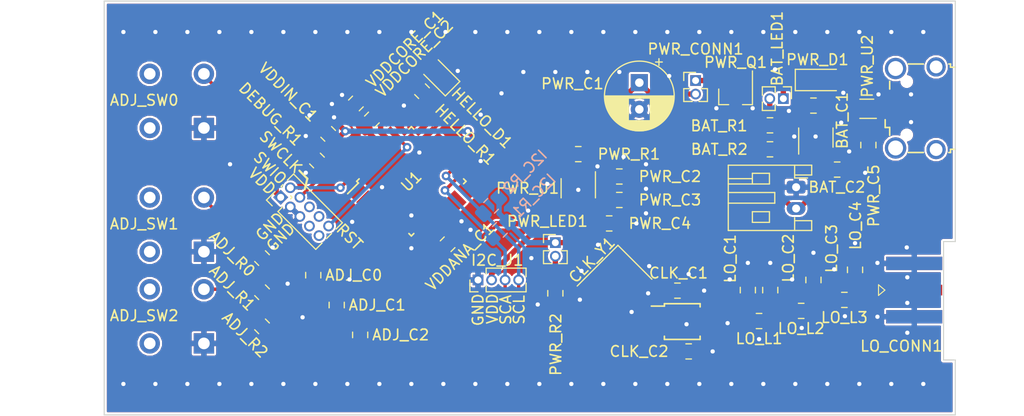
<source format=kicad_pcb>
(kicad_pcb (version 20171130) (host pcbnew "(5.0.1-3-g963ef8bb5)")
  (layers (0 F.Cu signal) (31 B.Cu signal) (34 B.Paste user) (35 F.Paste user) (36 B.SilkS user) (37 F.SilkS user) (38 B.Mask user) (39 F.Mask user) (44 Edge.Cuts user))
  (net 0 "")
  (net 1 /ADJ_0)
  (net 2 GND)
  (net 3 /ADJ_1)
  (net 4 /ADJ_2)
  (net 5 /VDD)
  (net 6 /VBAT)
  (net 7 "Net-(BAT_LED1-Pad2)")
  (net 8 "Net-(BAT_R1-Pad1)")
  (net 9 "Net-(BAT_R2-Pad2)")
  (net 10 "Net-(CLK_U1-Pad2)")
  (net 11 "Net-(CLK_U1-Pad3)")
  (net 12 /SCL)
  (net 13 /SDA)
  (net 14 /CLK)
  (net 15 /D-)
  (net 16 /D+)
  (net 17 "Net-(CONN_USB1-Pad6)")
  (net 18 /SWIO)
  (net 19 /SWCLK)
  (net 20 /RESET)
  (net 21 "Net-(LO_C2-Pad1)")
  (net 22 "Net-(LO_C3-Pad1)")
  (net 23 "Net-(LO_C4-Pad1)")
  (net 24 "Net-(PWR_C1-Pad1)")
  (net 25 "Net-(PWR_LED1-Pad2)")
  (net 26 "Net-(PWR_R1-Pad1)")
  (net 27 "Net-(U1-Pad27)")
  (net 28 /VBUS)
  (net 29 "Net-(PWR_CONN1-Pad1)")
  (net 30 "Net-(CONN_USB1-Pad1)")
  (net 31 "Net-(HELLO_D1-Pad2)")
  (net 32 /HELLO)
  (net 33 "Net-(ADJ_R0-Pad2)")
  (net 34 "Net-(ADJ_R1-Pad2)")
  (net 35 "Net-(ADJ_R2-Pad2)")
  (net 36 /GPIO1)
  (module Connector_Coaxial:SMA_Jack_Horizontal (layer F.Cu) (at 176.15 127.2)
    (fp_text reference LO_CONN1 (at -1.2 5.25) (layer F.SilkS))
    (fp_text value LO)
    (pad 2 smd rect (at 0 2.5) (size 5.25 1.25) (layers B.Cu B.Paste B.Mask) (net 2 GND))
    (pad 2 smd rect (at 0 -2.5) (size 5.25 1.25) (layers B.Cu B.Paste B.Mask) (net 2 GND))
    (pad 2 smd rect (at 0 2.5) (size 5.25 1.25) (layers F.Cu F.Paste F.Mask) (net 2 GND))
    (pad 1 smd rect (at 0 0) (size 5.25 1) (layers F.Cu F.Paste F.Mask) (net 23 "Net-(LO_C4-Pad1)"))
    (pad 2 smd rect (at 0 -2.5) (size 5.25 1.25) (layers F.Cu F.Paste F.Mask) (net 2 GND))
  )
  (module Capacitor_SMD:C_0805_2012Metric_Pad1.15x1.40mm_HandSolder (layer F.Cu) (at 155 132.95)
    (fp_text reference CLK_C2 (at -4.65 0) (layer F.SilkS))
    (fp_text value 100n hide)
    (pad 1 smd roundrect (at -1.025 0) (size 1.15 1.4) (layers F.Cu F.Paste F.Mask) (roundrect_rratio 0.217391) (net 5 /VDD))
    (pad 2 smd roundrect (at 1.025 0) (size 1.15 1.4) (layers F.Cu F.Paste F.Mask) (roundrect_rratio 0.217391) (net 2 GND))
  )
  (module Button_Switch_THT:SW_CuK_EP11SD1A (layer F.Cu) (at 109.55 112 180)
    (fp_text reference ADJ_SW0 (at 5.6 2.6 180) (layer F.SilkS))
    (fp_text value SW_Push hide)
    (pad MP thru_hole circle (at 5.08 5.08 180) (size 1.905 1.905) (drill 1.0922) (layers *.Cu *.Mask))
    (pad MP thru_hole circle (at 5.08 0 180) (size 1.905 1.905) (drill 1.0922) (layers *.Cu *.Mask))
    (pad 2 thru_hole circle (at 0 5.08 180) (size 1.905 1.905) (drill 1.0922) (layers *.Cu *.Mask) (net 33 "Net-(ADJ_R0-Pad2)"))
    (pad 1 thru_hole rect (at 0 0 180) (size 1.905 1.905) (drill 1.0922) (layers *.Cu *.Mask) (net 2 GND))
  )
  (module Button_Switch_THT:SW_CuK_EP11SD1A (layer F.Cu) (at 109.55 123.6 180)
    (fp_text reference ADJ_SW1 (at 5.6 2.6) (layer F.SilkS))
    (fp_text value SW_Push hide)
    (pad MP thru_hole circle (at 5.08 5.08 180) (size 1.905 1.905) (drill 1.0922) (layers *.Cu *.Mask))
    (pad MP thru_hole circle (at 5.08 0 180) (size 1.905 1.905) (drill 1.0922) (layers *.Cu *.Mask))
    (pad 2 thru_hole circle (at 0 5.08 180) (size 1.905 1.905) (drill 1.0922) (layers *.Cu *.Mask) (net 34 "Net-(ADJ_R1-Pad2)"))
    (pad 1 thru_hole rect (at 0 0 180) (size 1.905 1.905) (drill 1.0922) (layers *.Cu *.Mask) (net 2 GND))
  )
  (module Button_Switch_THT:SW_CuK_EP11SD1A (layer F.Cu) (at 109.55 132.2 180)
    (fp_text reference ADJ_SW2 (at 5.6 2.6 180) (layer F.SilkS))
    (fp_text value SW_Push hide)
    (pad MP thru_hole circle (at 5.08 5.08 180) (size 1.905 1.905) (drill 1.0922) (layers *.Cu *.Mask))
    (pad MP thru_hole circle (at 5.08 0 180) (size 1.905 1.905) (drill 1.0922) (layers *.Cu *.Mask))
    (pad 2 thru_hole circle (at 0 5.08 180) (size 1.905 1.905) (drill 1.0922) (layers *.Cu *.Mask) (net 35 "Net-(ADJ_R2-Pad2)"))
    (pad 1 thru_hole rect (at 0 0 180) (size 1.905 1.905) (drill 1.0922) (layers *.Cu *.Mask) (net 2 GND))
  )
  (module Package_TO_SOT_SMD:SOT-23_Handsoldering (layer F.Cu) (at 159.4 109.05 270)
    (fp_text reference PWR_Q1 (at -3.2 0) (layer F.SilkS))
    (fp_text value DMG2301L hide)
    (pad 3 smd rect (at 1.5 0 270) (size 1.9 0.8) (layers F.Cu F.Paste F.Mask) (net 6 /VBAT))
    (pad 2 smd rect (at -1.5 0.95 270) (size 1.9 0.8) (layers F.Cu F.Paste F.Mask) (net 29 "Net-(PWR_CONN1-Pad1)"))
    (pad 1 smd rect (at -1.5 -0.95 270) (size 1.9 0.8) (layers F.Cu F.Paste F.Mask) (net 28 /VBUS))
  )
  (module Resistor_SMD:R_0805_2012Metric_Pad1.15x1.40mm_HandSolder (layer F.Cu) (at 115 127.4 135)
    (fp_text reference ADJ_R1 (at 2.262742 -1.697056 135) (layer F.SilkS))
    (fp_text value 1k hide)
    (pad 2 smd roundrect (at 1.024999 0 135) (size 1.15 1.4) (layers F.Cu F.Paste F.Mask) (roundrect_rratio 0.217391) (net 34 "Net-(ADJ_R1-Pad2)"))
    (pad 1 smd roundrect (at -1.024999 0 135) (size 1.15 1.4) (layers F.Cu F.Paste F.Mask) (roundrect_rratio 0.217391) (net 3 /ADJ_1))
  )
  (module Capacitor_THT:CP_Radial_D6.3mm_P2.50mm (layer F.Cu) (at 150.375 107.75 270)
    (fp_text reference PWR_C1 (at 0.1 6.275) (layer F.SilkS))
    (fp_text value 220u hide)
    (pad 1 thru_hole rect (at 0 0 270) (size 1.6 1.6) (drill 0.8) (layers *.Cu *.Mask) (net 24 "Net-(PWR_C1-Pad1)"))
    (pad 2 thru_hole circle (at 2.5 0 270) (size 1.6 1.6) (drill 0.8) (layers *.Cu *.Mask) (net 2 GND))
  )
  (module Connector_PinHeader_1.27mm:PinHeader_1x02_P1.27mm_Vertical (layer F.Cu) (at 155.65 107.55)
    (fp_text reference PWR_CONN1 (at 0 -2.95 -180) (layer F.SilkS))
    (fp_text value Conn_01x02 hide)
    (pad 1 thru_hole rect (at 0 0) (size 1 1) (drill 0.65) (layers *.Cu *.Mask) (net 29 "Net-(PWR_CONN1-Pad1)"))
    (pad 2 thru_hole oval (at 0 1.27) (size 1 1) (drill 0.65) (layers *.Cu *.Mask) (net 24 "Net-(PWR_C1-Pad1)"))
  )
  (module Capacitor_SMD:C_0805_2012Metric_Pad1.15x1.40mm_HandSolder (layer F.Cu) (at 148.5 116.55)
    (fp_text reference PWR_C2 (at 4.75 0) (layer F.SilkS))
    (fp_text value 1u hide)
    (pad 2 smd roundrect (at 1.025 0) (size 1.15 1.4) (layers F.Cu F.Paste F.Mask) (roundrect_rratio 0.217391) (net 2 GND))
    (pad 1 smd roundrect (at -1.025 0) (size 1.15 1.4) (layers F.Cu F.Paste F.Mask) (roundrect_rratio 0.217391) (net 24 "Net-(PWR_C1-Pad1)"))
  )
  (module Connector_PinHeader_1.27mm:PinHeader_2x05_P1.27mm_Vertical (layer F.Cu) (at 116.75 118.5 45)
    (fp_text reference DEBUG_J1 hide)
    (fp_text value Conn_02x05_Odd_Even hide)
    (pad 1 thru_hole rect (at 0 0 45) (size 1 1) (drill 0.65) (layers *.Cu *.Mask) (net 5 /VDD))
    (pad 2 thru_hole oval (at 1.270001 0 45) (size 1 1) (drill 0.65) (layers *.Cu *.Mask) (net 18 /SWIO))
    (pad 3 thru_hole oval (at 0 1.270001 45) (size 1 1) (drill 0.65) (layers *.Cu *.Mask) (net 2 GND))
    (pad 4 thru_hole oval (at 1.27 1.27 45) (size 1 1) (drill 0.65) (layers *.Cu *.Mask) (net 19 /SWCLK))
    (pad 5 thru_hole oval (at 0 2.54 45) (size 1 1) (drill 0.65) (layers *.Cu *.Mask) (net 2 GND))
    (pad 6 thru_hole oval (at 1.27 2.54 45) (size 1 1) (drill 0.65) (layers *.Cu *.Mask) (net 36 /GPIO1))
    (pad 7 thru_hole oval (at 0 3.81 45) (size 1 1) (drill 0.65) (layers *.Cu *.Mask))
    (pad 8 thru_hole oval (at 1.27 3.81 45) (size 1 1) (drill 0.65) (layers *.Cu *.Mask))
    (pad 9 thru_hole oval (at 0 5.079999 45) (size 1 1) (drill 0.65) (layers *.Cu *.Mask))
    (pad 10 thru_hole oval (at 1.27 5.08 45) (size 1 1) (drill 0.65) (layers *.Cu *.Mask) (net 20 /RESET))
  )
  (module Capacitor_SMD:C_0805_2012Metric_Pad1.15x1.40mm_HandSolder (layer F.Cu) (at 153.95 127.25)
    (fp_text reference CLK_C1 (at 0.1 -1.65) (layer F.SilkS))
    (fp_text value 100n hide)
    (pad 2 smd roundrect (at 1.025 0) (size 1.15 1.4) (layers F.Cu F.Paste F.Mask) (roundrect_rratio 0.217391) (net 2 GND))
    (pad 1 smd roundrect (at -1.025 0) (size 1.15 1.4) (layers F.Cu F.Paste F.Mask) (roundrect_rratio 0.217391) (net 5 /VDD))
  )
  (module Package_SO:MSOP-10_3x3mm_P0.5mm (layer F.Cu) (at 154.4 130.15)
    (fp_text reference CLK_U1 hide)
    (fp_text value SI5351A hide)
    (pad 1 smd rect (at -2.2 -1) (size 1.4 0.3) (layers F.Cu F.Paste F.Mask) (net 5 /VDD))
    (pad 2 smd rect (at -2.2 -0.5) (size 1.4 0.3) (layers F.Cu F.Paste F.Mask) (net 10 "Net-(CLK_U1-Pad2)"))
    (pad 3 smd rect (at -2.2 0) (size 1.4 0.3) (layers F.Cu F.Paste F.Mask) (net 11 "Net-(CLK_U1-Pad3)"))
    (pad 4 smd rect (at -2.2 0.5) (size 1.4 0.3) (layers F.Cu F.Paste F.Mask) (net 12 /SCL))
    (pad 5 smd rect (at -2.2 1) (size 1.4 0.3) (layers F.Cu F.Paste F.Mask) (net 13 /SDA))
    (pad 6 smd rect (at 2.2 1) (size 1.4 0.3) (layers F.Cu F.Paste F.Mask))
    (pad 7 smd rect (at 2.2 0.5) (size 1.4 0.3) (layers F.Cu F.Paste F.Mask) (net 5 /VDD))
    (pad 8 smd rect (at 2.2 0) (size 1.4 0.3) (layers F.Cu F.Paste F.Mask) (net 2 GND))
    (pad 9 smd rect (at 2.2 -0.5) (size 1.4 0.3) (layers F.Cu F.Paste F.Mask))
    (pad 10 smd rect (at 2.2 -1) (size 1.4 0.3) (layers F.Cu F.Paste F.Mask) (net 14 /CLK))
  )
  (module Capacitor_SMD:C_0805_2012Metric_Pad1.15x1.40mm_HandSolder (layer F.Cu) (at 122 128.6 270)
    (fp_text reference ADJ_C1 (at 0 -3.8 180) (layer F.SilkS))
    (fp_text value 100n hide)
    (pad 1 smd roundrect (at -1.024999 0 270) (size 1.15 1.4) (layers F.Cu F.Paste F.Mask) (roundrect_rratio 0.217391) (net 3 /ADJ_1))
    (pad 2 smd roundrect (at 1.024999 0 270) (size 1.15 1.4) (layers F.Cu F.Paste F.Mask) (roundrect_rratio 0.217391) (net 2 GND))
  )
  (module Capacitor_SMD:C_0805_2012Metric_Pad1.15x1.40mm_HandSolder (layer F.Cu) (at 124.2 131.4 270)
    (fp_text reference ADJ_C2 (at 0 -3.8 180) (layer F.SilkS))
    (fp_text value 100n hide)
    (pad 2 smd roundrect (at 1.024999 0 270) (size 1.15 1.4) (layers F.Cu F.Paste F.Mask) (roundrect_rratio 0.217391) (net 2 GND))
    (pad 1 smd roundrect (at -1.024999 0 270) (size 1.15 1.4) (layers F.Cu F.Paste F.Mask) (roundrect_rratio 0.217391) (net 4 /ADJ_2))
  )
  (module Resistor_SMD:R_0805_2012Metric_Pad1.15x1.40mm_HandSolder (layer F.Cu) (at 115 130.6 135)
    (fp_text reference ADJ_R2 (at 0.565685 -1.697056 135) (layer F.SilkS))
    (fp_text value 1k hide)
    (pad 1 smd roundrect (at -1.024999 0 135) (size 1.15 1.4) (layers F.Cu F.Paste F.Mask) (roundrect_rratio 0.217391) (net 4 /ADJ_2))
    (pad 2 smd roundrect (at 1.024999 0 135) (size 1.15 1.4) (layers F.Cu F.Paste F.Mask) (roundrect_rratio 0.217391) (net 35 "Net-(ADJ_R2-Pad2)"))
  )
  (module Resistor_SMD:R_0805_2012Metric_Pad1.15x1.40mm_HandSolder (layer F.Cu) (at 162.625 111.75 180)
    (fp_text reference BAT_R1 (at 4.775 -0.05 180) (layer F.SilkS))
    (fp_text value 5k hide)
    (pad 2 smd roundrect (at 1.025 0 180) (size 1.15 1.4) (layers F.Cu F.Paste F.Mask) (roundrect_rratio 0.217391) (net 2 GND))
    (pad 1 smd roundrect (at -1.025 0 180) (size 1.15 1.4) (layers F.Cu F.Paste F.Mask) (roundrect_rratio 0.217391) (net 8 "Net-(BAT_R1-Pad1)"))
  )
  (module Package_TO_SOT_SMD:SOT-23-5 (layer F.Cu) (at 166.925 112.9 90)
    (fp_text reference BAT_U1 hide)
    (fp_text value MCP73831-2-OT hide)
    (pad 1 smd rect (at -1.1 -0.95 90) (size 1.06 0.65) (layers F.Cu F.Paste F.Mask) (net 9 "Net-(BAT_R2-Pad2)"))
    (pad 2 smd rect (at -1.1 0 90) (size 1.06 0.65) (layers F.Cu F.Paste F.Mask) (net 2 GND))
    (pad 3 smd rect (at -1.1 0.95 90) (size 1.06 0.65) (layers F.Cu F.Paste F.Mask) (net 6 /VBAT))
    (pad 4 smd rect (at 1.1 0.95 90) (size 1.06 0.65) (layers F.Cu F.Paste F.Mask) (net 28 /VBUS))
    (pad 5 smd rect (at 1.1 -0.95 90) (size 1.06 0.65) (layers F.Cu F.Paste F.Mask) (net 8 "Net-(BAT_R1-Pad1)"))
  )
  (module Crystal:Crystal_SMD_3225-4Pin_3.2x2.5mm_HandSoldering (layer F.Cu) (at 148.05 126.5 225)
    (fp_text reference CLK_Y1 (at 0 3 225) (layer F.SilkS))
    (fp_text value Crystal_GND24 hide)
    (pad 1 smd rect (at -1.45 1.15 225) (size 2.1 1.8) (layers F.Cu F.Paste F.Mask) (net 10 "Net-(CLK_U1-Pad2)"))
    (pad 2 smd rect (at 1.45 1.15 225) (size 2.1 1.8) (layers F.Cu F.Paste F.Mask) (net 2 GND))
    (pad 3 smd rect (at 1.45 -1.15 225) (size 2.1 1.8) (layers F.Cu F.Paste F.Mask) (net 11 "Net-(CLK_U1-Pad3)"))
    (pad 4 smd rect (at -1.45 -1.15 225) (size 2.1 1.8) (layers F.Cu F.Paste F.Mask) (net 2 GND))
  )
  (module Connector_JST:JST_PH_S2B-PH-K_1x02_P2.00mm_Horizontal (layer F.Cu) (at 165.075 117.55 270)
    (fp_text reference CONN_BAT1 hide)
    (fp_text value CONN_BAT hide)
    (pad 1 thru_hole roundrect (at 0 0 270) (size 1.2 1.75) (drill 0.75) (layers *.Cu *.Mask) (roundrect_rratio 0.208333) (net 2 GND))
    (pad 2 thru_hole oval (at 2 0 270) (size 1.2 1.75) (drill 0.75) (layers *.Cu *.Mask) (net 6 /VBAT))
  )
  (module Connector_USB:USB_Micro-B_Wuerth_629105150521_CircularHoles (layer F.Cu) (at 176.25 110.15 90)
    (fp_text reference CONN_USB1 hide)
    (fp_text value USB hide)
    (pad 1 smd rect (at -1.3 -1.9 90) (size 0.45 1.3) (layers F.Cu F.Paste F.Mask) (net 30 "Net-(CONN_USB1-Pad1)"))
    (pad 2 smd rect (at -0.65 -1.9 90) (size 0.45 1.3) (layers F.Cu F.Paste F.Mask) (net 15 /D-))
    (pad 3 smd rect (at 0 -1.9 90) (size 0.45 1.3) (layers F.Cu F.Paste F.Mask) (net 16 /D+))
    (pad 4 smd rect (at 0.65 -1.9 90) (size 0.45 1.3) (layers F.Cu F.Paste F.Mask))
    (pad 5 smd rect (at 1.3 -1.9 90) (size 0.45 1.3) (layers F.Cu F.Paste F.Mask) (net 2 GND))
    (pad 6 thru_hole circle (at -3.725 -1.85 90) (size 2 2) (drill 1.4) (layers *.Cu *.Mask) (net 17 "Net-(CONN_USB1-Pad6)"))
    (pad 6 thru_hole circle (at 3.725 -1.85 90) (size 2 2) (drill 1.4) (layers *.Cu *.Mask) (net 17 "Net-(CONN_USB1-Pad6)"))
    (pad 6 thru_hole circle (at -3.875 1.95 90) (size 1.8 1.8) (drill 1.2) (layers *.Cu *.Mask) (net 17 "Net-(CONN_USB1-Pad6)"))
    (pad 6 thru_hole circle (at 3.875 1.95 90) (size 1.8 1.8) (drill 1.2) (layers *.Cu *.Mask) (net 17 "Net-(CONN_USB1-Pad6)"))
    (pad "" np_thru_hole circle (at -2.5 -0.8 90) (size 0.8 0.8) (drill 0.8) (layers *.Cu *.Mask))
    (pad "" np_thru_hole circle (at 2.5 -0.8 90) (size 0.8 0.8) (drill 0.8) (layers *.Cu *.Mask))
  )
  (module Resistor_SMD:R_0805_2012Metric_Pad1.15x1.40mm_HandSolder (layer F.Cu) (at 120.15 115.05 315)
    (fp_text reference DEBUG_R1 (at -6.151829 0 315) (layer F.SilkS))
    (fp_text value 1k hide)
    (pad 1 smd roundrect (at -1.024999 0 315) (size 1.15 1.4) (layers F.Cu F.Paste F.Mask) (roundrect_rratio 0.217391) (net 5 /VDD))
    (pad 2 smd roundrect (at 1.024999 0 315) (size 1.15 1.4) (layers F.Cu F.Paste F.Mask) (roundrect_rratio 0.217391) (net 19 /SWCLK))
  )
  (module Capacitor_SMD:C_0805_2012Metric_Pad1.15x1.40mm_HandSolder (layer F.Cu) (at 160.55 127.2 90)
    (fp_text reference LO_C1 (at 2.95 -1.65 90) (layer F.SilkS))
    (fp_text value 15p hide)
    (pad 2 smd roundrect (at 1.025 0 90) (size 1.15 1.4) (layers F.Cu F.Paste F.Mask) (roundrect_rratio 0.217391) (net 2 GND))
    (pad 1 smd roundrect (at -1.025 0 90) (size 1.15 1.4) (layers F.Cu F.Paste F.Mask) (roundrect_rratio 0.217391) (net 14 /CLK))
  )
  (module Capacitor_SMD:C_0805_2012Metric_Pad1.15x1.40mm_HandSolder (layer F.Cu) (at 162.65 127.2 90)
    (fp_text reference LO_C2 (at 3 1.7 90) (layer F.SilkS))
    (fp_text value 36p hide)
    (pad 2 smd roundrect (at 1.025 0 90) (size 1.15 1.4) (layers F.Cu F.Paste F.Mask) (roundrect_rratio 0.217391) (net 2 GND))
    (pad 1 smd roundrect (at -1.025 0 90) (size 1.15 1.4) (layers F.Cu F.Paste F.Mask) (roundrect_rratio 0.217391) (net 21 "Net-(LO_C2-Pad1)"))
  )
  (module Capacitor_SMD:C_0805_2012Metric_Pad1.15x1.40mm_HandSolder (layer F.Cu) (at 166.7 126.25 90)
    (fp_text reference LO_C3 (at 2.95 1.7 90) (layer F.SilkS))
    (fp_text value 36p hide)
    (pad 1 smd roundrect (at -1.025 0 90) (size 1.15 1.4) (layers F.Cu F.Paste F.Mask) (roundrect_rratio 0.217391) (net 22 "Net-(LO_C3-Pad1)"))
    (pad 2 smd roundrect (at 1.025 0 90) (size 1.15 1.4) (layers F.Cu F.Paste F.Mask) (roundrect_rratio 0.217391) (net 2 GND))
  )
  (module Capacitor_SMD:C_0805_2012Metric_Pad1.15x1.40mm_HandSolder (layer F.Cu) (at 170.6 125.3 90)
    (fp_text reference LO_C4 (at 4.15 0.05 90) (layer F.SilkS))
    (fp_text value 15p hide)
    (pad 1 smd roundrect (at -1.025 0 90) (size 1.15 1.4) (layers F.Cu F.Paste F.Mask) (roundrect_rratio 0.217391) (net 23 "Net-(LO_C4-Pad1)"))
    (pad 2 smd roundrect (at 1.025 0 90) (size 1.15 1.4) (layers F.Cu F.Paste F.Mask) (roundrect_rratio 0.217391) (net 2 GND))
  )
  (module Inductor_SMD:L_0805_2012Metric_Pad1.15x1.40mm_HandSolder (layer F.Cu) (at 161.6 130.1)
    (fp_text reference LO_L1 (at 0 1.65) (layer F.SilkS))
    (fp_text value 68n hide)
    (pad 1 smd roundrect (at -1.025 0) (size 1.15 1.4) (layers F.Cu F.Paste F.Mask) (roundrect_rratio 0.217391) (net 14 /CLK))
    (pad 2 smd roundrect (at 1.025 0) (size 1.15 1.4) (layers F.Cu F.Paste F.Mask) (roundrect_rratio 0.217391) (net 21 "Net-(LO_C2-Pad1)"))
  )
  (module Inductor_SMD:L_0805_2012Metric_Pad1.15x1.40mm_HandSolder (layer F.Cu) (at 165.55 129.15)
    (fp_text reference LO_L2 (at 0 1.65) (layer F.SilkS))
    (fp_text value 82n hide)
    (pad 1 smd roundrect (at -1.025 0) (size 1.15 1.4) (layers F.Cu F.Paste F.Mask) (roundrect_rratio 0.217391) (net 21 "Net-(LO_C2-Pad1)"))
    (pad 2 smd roundrect (at 1.025 0) (size 1.15 1.4) (layers F.Cu F.Paste F.Mask) (roundrect_rratio 0.217391) (net 22 "Net-(LO_C3-Pad1)"))
  )
  (module Inductor_SMD:L_0805_2012Metric_Pad1.15x1.40mm_HandSolder (layer F.Cu) (at 169.6 128.12)
    (fp_text reference LO_L3 (at 0 1.65) (layer F.SilkS))
    (fp_text value 68n hide)
    (pad 2 smd roundrect (at 1.025 0) (size 1.15 1.4) (layers F.Cu F.Paste F.Mask) (roundrect_rratio 0.217391) (net 23 "Net-(LO_C4-Pad1)"))
    (pad 1 smd roundrect (at -1.025 0) (size 1.15 1.4) (layers F.Cu F.Paste F.Mask) (roundrect_rratio 0.217391) (net 22 "Net-(LO_C3-Pad1)"))
  )
  (module Capacitor_SMD:C_0805_2012Metric_Pad1.15x1.40mm_HandSolder (layer F.Cu) (at 148.5 118.75)
    (fp_text reference PWR_C3 (at 4.75 0) (layer F.SilkS))
    (fp_text value 1u hide)
    (pad 1 smd roundrect (at -1.025 0) (size 1.15 1.4) (layers F.Cu F.Paste F.Mask) (roundrect_rratio 0.217391) (net 5 /VDD))
    (pad 2 smd roundrect (at 1.025 0) (size 1.15 1.4) (layers F.Cu F.Paste F.Mask) (roundrect_rratio 0.217391) (net 2 GND))
  )
  (module Capacitor_SMD:C_0805_2012Metric_Pad1.15x1.40mm_HandSolder (layer F.Cu) (at 147.55 120.95)
    (fp_text reference PWR_C4 (at 4.75 0) (layer F.SilkS))
    (fp_text value 10u hide)
    (pad 2 smd roundrect (at 1.025 0) (size 1.15 1.4) (layers F.Cu F.Paste F.Mask) (roundrect_rratio 0.217391) (net 2 GND))
    (pad 1 smd roundrect (at -1.025 0) (size 1.15 1.4) (layers F.Cu F.Paste F.Mask) (roundrect_rratio 0.217391) (net 5 /VDD))
  )
  (module Connector_PinHeader_1.27mm:PinHeader_1x02_P1.27mm_Vertical (layer F.Cu) (at 142.5 122.75)
    (fp_text reference PWR_LED1 (at -0.75 -2) (layer F.SilkS))
    (fp_text value Conn_01x02 hide)
    (pad 2 thru_hole oval (at 0 1.27) (size 1 1) (drill 0.65) (layers *.Cu *.Mask) (net 25 "Net-(PWR_LED1-Pad2)"))
    (pad 1 thru_hole rect (at 0 0) (size 1 1) (drill 0.65) (layers *.Cu *.Mask) (net 5 /VDD))
  )
  (module Resistor_SMD:R_0805_2012Metric_Pad1.15x1.40mm_HandSolder (layer F.Cu) (at 144.65 114.45)
    (fp_text reference PWR_R1 (at 4.75 0) (layer F.SilkS))
    (fp_text value 10k hide)
    (pad 2 smd roundrect (at 1.025 0) (size 1.15 1.4) (layers F.Cu F.Paste F.Mask) (roundrect_rratio 0.217391) (net 24 "Net-(PWR_C1-Pad1)"))
    (pad 1 smd roundrect (at -1.025 0) (size 1.15 1.4) (layers F.Cu F.Paste F.Mask) (roundrect_rratio 0.217391) (net 26 "Net-(PWR_R1-Pad1)"))
  )
  (module Resistor_SMD:R_0805_2012Metric_Pad1.15x1.40mm_HandSolder (layer F.Cu) (at 142.5 127.5 270)
    (fp_text reference PWR_R2 (at 4.8 -0.05 270) (layer F.SilkS))
    (fp_text value 1k hide)
    (pad 2 smd roundrect (at 1.025 0 270) (size 1.15 1.4) (layers F.Cu F.Paste F.Mask) (roundrect_rratio 0.217391) (net 2 GND))
    (pad 1 smd roundrect (at -1.025 0 270) (size 1.15 1.4) (layers F.Cu F.Paste F.Mask) (roundrect_rratio 0.217391) (net 25 "Net-(PWR_LED1-Pad2)"))
  )
  (module Package_TO_SOT_SMD:SOT-23-5 (layer F.Cu) (at 144.65 117.65 270)
    (fp_text reference PWR_U1 (at 0 4.75) (layer F.SilkS))
    (fp_text value AP2112K-3.3 hide)
    (pad 5 smd rect (at 1.1 -0.95 270) (size 1.06 0.65) (layers F.Cu F.Paste F.Mask) (net 5 /VDD))
    (pad 4 smd rect (at 1.1 0.95 270) (size 1.06 0.65) (layers F.Cu F.Paste F.Mask))
    (pad 3 smd rect (at -1.1 0.95 270) (size 1.06 0.65) (layers F.Cu F.Paste F.Mask) (net 26 "Net-(PWR_R1-Pad1)"))
    (pad 2 smd rect (at -1.1 0 270) (size 1.06 0.65) (layers F.Cu F.Paste F.Mask) (net 2 GND))
    (pad 1 smd rect (at -1.1 -0.95 270) (size 1.06 0.65) (layers F.Cu F.Paste F.Mask) (net 24 "Net-(PWR_C1-Pad1)"))
  )
  (module Package_QFP:TQFP-32_7x7mm_P0.8mm (layer F.Cu) (at 129 117 45)
    (fp_text reference U1 (at 0 0 45) (layer F.SilkS))
    (fp_text value ATSAML21E15B-AUT hide)
    (pad 1 smd rect (at -4.25 -2.8 45) (size 1.6 0.55) (layers F.Cu F.Paste F.Mask))
    (pad 2 smd rect (at -4.25 -2 45) (size 1.6 0.55) (layers F.Cu F.Paste F.Mask))
    (pad 3 smd rect (at -4.25 -1.2 45) (size 1.6 0.55) (layers F.Cu F.Paste F.Mask))
    (pad 4 smd rect (at -4.25 -0.4 45) (size 1.6 0.55) (layers F.Cu F.Paste F.Mask) (net 36 /GPIO1))
    (pad 5 smd rect (at -4.25 0.4 45) (size 1.6 0.55) (layers F.Cu F.Paste F.Mask) (net 1 /ADJ_0))
    (pad 6 smd rect (at -4.25 1.2 45) (size 1.6 0.55) (layers F.Cu F.Paste F.Mask) (net 3 /ADJ_1))
    (pad 7 smd rect (at -4.25 2 45) (size 1.6 0.55) (layers F.Cu F.Paste F.Mask) (net 4 /ADJ_2))
    (pad 8 smd rect (at -4.25 2.8 45) (size 1.6 0.55) (layers F.Cu F.Paste F.Mask))
    (pad 9 smd rect (at -2.8 4.25 135) (size 1.6 0.55) (layers F.Cu F.Paste F.Mask) (net 5 /VDD))
    (pad 10 smd rect (at -2 4.25 135) (size 1.6 0.55) (layers F.Cu F.Paste F.Mask) (net 2 GND))
    (pad 11 smd rect (at -1.2 4.25 135) (size 1.6 0.55) (layers F.Cu F.Paste F.Mask))
    (pad 12 smd rect (at -0.4 4.25 135) (size 1.6 0.55) (layers F.Cu F.Paste F.Mask))
    (pad 13 smd rect (at 0.4 4.25 135) (size 1.6 0.55) (layers F.Cu F.Paste F.Mask))
    (pad 14 smd rect (at 1.2 4.25 135) (size 1.6 0.55) (layers F.Cu F.Paste F.Mask))
    (pad 15 smd rect (at 2 4.25 135) (size 1.6 0.55) (layers F.Cu F.Paste F.Mask))
    (pad 16 smd rect (at 2.8 4.25 135) (size 1.6 0.55) (layers F.Cu F.Paste F.Mask))
    (pad 17 smd rect (at 4.25 2.8 45) (size 1.6 0.55) (layers F.Cu F.Paste F.Mask) (net 13 /SDA))
    (pad 18 smd rect (at 4.25 2 45) (size 1.6 0.55) (layers F.Cu F.Paste F.Mask) (net 12 /SCL))
    (pad 19 smd rect (at 4.25 1.2 45) (size 1.6 0.55) (layers F.Cu F.Paste F.Mask))
    (pad 20 smd rect (at 4.25 0.4 45) (size 1.6 0.55) (layers F.Cu F.Paste F.Mask))
    (pad 21 smd rect (at 4.25 -0.4 45) (size 1.6 0.55) (layers F.Cu F.Paste F.Mask))
    (pad 22 smd rect (at 4.25 -1.2 45) (size 1.6 0.55) (layers F.Cu F.Paste F.Mask))
    (pad 23 smd rect (at 4.25 -2 45) (size 1.6 0.55) (layers F.Cu F.Paste F.Mask) (net 15 /D-))
    (pad 24 smd rect (at 4.25 -2.8 45) (size 1.6 0.55) (layers F.Cu F.Paste F.Mask) (net 16 /D+))
    (pad 25 smd rect (at 2.8 -4.25 135) (size 1.6 0.55) (layers F.Cu F.Paste F.Mask) (net 32 /HELLO))
    (pad 26 smd rect (at 2 -4.25 135) (size 1.6 0.55) (layers F.Cu F.Paste F.Mask) (net 20 /RESET))
    (pad 27 smd rect (at 1.2 -4.25 135) (size 1.6 0.55) (layers F.Cu F.Paste F.Mask) (net 27 "Net-(U1-Pad27)"))
    (pad 28 smd rect (at 0.4 -4.25 135) (size 1.6 0.55) (layers F.Cu F.Paste F.Mask) (net 2 GND))
    (pad 29 smd rect (at -0.4 -4.25 135) (size 1.6 0.55) (layers F.Cu F.Paste F.Mask))
    (pad 30 smd rect (at -1.2 -4.25 135) (size 1.6 0.55) (layers F.Cu F.Paste F.Mask) (net 5 /VDD))
    (pad 31 smd rect (at -2 -4.25 135) (size 1.6 0.55) (layers F.Cu F.Paste F.Mask) (net 19 /SWCLK))
    (pad 32 smd rect (at -2.8 -4.25 135) (size 1.6 0.55) (layers F.Cu F.Paste F.Mask) (net 18 /SWIO))
  )
  (module Capacitor_SMD:C_0805_2012Metric_Pad1.15x1.40mm_HandSolder (layer F.Cu) (at 132.4 122.9 45)
    (fp_text reference VDDANA_C1 (at 0 1.65 45) (layer F.SilkS))
    (fp_text value 100n hide)
    (pad 1 smd roundrect (at -1.024999 0 45) (size 1.15 1.4) (layers F.Cu F.Paste F.Mask) (roundrect_rratio 0.217391) (net 5 /VDD))
    (pad 2 smd roundrect (at 1.024999 0 45) (size 1.15 1.4) (layers F.Cu F.Paste F.Mask) (roundrect_rratio 0.217391) (net 2 GND))
  )
  (module Capacitor_SMD:C_0805_2012Metric_Pad1.15x1.40mm_HandSolder (layer F.Cu) (at 123.8 109.7 45)
    (fp_text reference VDDCORE_C1 (at 6.858936 -0.353553 45) (layer F.SilkS))
    (fp_text value 1u hide)
    (pad 1 smd roundrect (at -1.024999 0 45) (size 1.15 1.4) (layers F.Cu F.Paste F.Mask) (roundrect_rratio 0.217391) (net 2 GND))
    (pad 2 smd roundrect (at 1.024999 0 45) (size 1.15 1.4) (layers F.Cu F.Paste F.Mask) (roundrect_rratio 0.217391) (net 27 "Net-(U1-Pad27)"))
  )
  (module Capacitor_SMD:C_0805_2012Metric_Pad1.15x1.40mm_HandSolder (layer F.Cu) (at 125.3 111.2 45)
    (fp_text reference VDDCORE_C2 (at 6.858936 -1.202082 45) (layer F.SilkS))
    (fp_text value 100n hide)
    (pad 2 smd roundrect (at 1.024999 0 45) (size 1.15 1.4) (layers F.Cu F.Paste F.Mask) (roundrect_rratio 0.217391) (net 27 "Net-(U1-Pad27)"))
    (pad 1 smd roundrect (at -1.024999 0 45) (size 1.15 1.4) (layers F.Cu F.Paste F.Mask) (roundrect_rratio 0.217391) (net 2 GND))
  )
  (module Capacitor_SMD:C_0805_2012Metric_Pad1.15x1.40mm_HandSolder (layer F.Cu) (at 121.2 112.55 315)
    (fp_text reference VDDIN_C1 (at -5.409367 -0.106066 315) (layer F.SilkS))
    (fp_text value 100n hide)
    (pad 2 smd roundrect (at 1.024999 0 315) (size 1.15 1.4) (layers F.Cu F.Paste F.Mask) (roundrect_rratio 0.217391) (net 5 /VDD))
    (pad 1 smd roundrect (at -1.024999 0 315) (size 1.15 1.4) (layers F.Cu F.Paste F.Mask) (roundrect_rratio 0.217391) (net 2 GND))
  )
  (module Connector_PinHeader_1.27mm:PinHeader_1x04_P1.27mm_Vertical (layer F.Cu) (at 135.25 126.25 90)
    (fp_text reference I2C_J1 (at 1.85 1.8 180) (layer F.SilkS))
    (fp_text value Conn_01x04 hide)
    (pad 1 thru_hole rect (at 0 0 90) (size 1 1) (drill 0.65) (layers *.Cu *.Mask) (net 2 GND))
    (pad 2 thru_hole oval (at 0 1.27 90) (size 1 1) (drill 0.65) (layers *.Cu *.Mask) (net 5 /VDD))
    (pad 3 thru_hole oval (at 0 2.54 90) (size 1 1) (drill 0.65) (layers *.Cu *.Mask) (net 13 /SDA))
    (pad 4 thru_hole oval (at 0 3.81 90) (size 1 1) (drill 0.65) (layers *.Cu *.Mask) (net 12 /SCL))
  )
  (module Connector_PinHeader_1.27mm:PinHeader_1x02_P1.27mm_Vertical (layer F.Cu) (at 163.875 109.25 270)
    (fp_text reference BAT_LED1 (at -4.7 0.575 90) (layer F.SilkS))
    (fp_text value Conn_01x02 hide)
    (pad 2 thru_hole oval (at 0 1.27 270) (size 1 1) (drill 0.65) (layers *.Cu *.Mask) (net 7 "Net-(BAT_LED1-Pad2)"))
    (pad 1 thru_hole rect (at 0 0 270) (size 1 1) (drill 0.65) (layers *.Cu *.Mask) (net 28 /VBUS))
  )
  (module Resistor_SMD:R_0805_2012Metric_Pad1.15x1.40mm_HandSolder (layer F.Cu) (at 162.625 114)
    (fp_text reference BAT_R2 (at -4.75 0) (layer F.SilkS))
    (fp_text value 1k hide)
    (pad 2 smd roundrect (at 1.025 0) (size 1.15 1.4) (layers F.Cu F.Paste F.Mask) (roundrect_rratio 0.217391) (net 9 "Net-(BAT_R2-Pad2)"))
    (pad 1 smd roundrect (at -1.025 0) (size 1.15 1.4) (layers F.Cu F.Paste F.Mask) (roundrect_rratio 0.217391) (net 7 "Net-(BAT_LED1-Pad2)"))
  )
  (module Capacitor_SMD:C_0805_2012Metric_Pad1.15x1.40mm_HandSolder (layer F.Cu) (at 166.7 109.9 180)
    (fp_text reference BAT_C1 (at -2.7 -1.4 270) (layer F.SilkS))
    (fp_text value 4.7u hide)
    (pad 2 smd roundrect (at 1.025 0 180) (size 1.15 1.4) (layers F.Cu F.Paste F.Mask) (roundrect_rratio 0.217391) (net 2 GND))
    (pad 1 smd roundrect (at -1.025 0 180) (size 1.15 1.4) (layers F.Cu F.Paste F.Mask) (roundrect_rratio 0.217391) (net 28 /VBUS))
  )
  (module Capacitor_SMD:C_0805_2012Metric_Pad1.15x1.40mm_HandSolder (layer F.Cu) (at 168.925 115.9)
    (fp_text reference BAT_C2 (at -0.025 1.65) (layer F.SilkS))
    (fp_text value 4.7u hide)
    (pad 1 smd roundrect (at -1.025 0) (size 1.15 1.4) (layers F.Cu F.Paste F.Mask) (roundrect_rratio 0.217391) (net 6 /VBAT))
    (pad 2 smd roundrect (at 1.025 0) (size 1.15 1.4) (layers F.Cu F.Paste F.Mask) (roundrect_rratio 0.217391) (net 2 GND))
  )
  (module LED_SMD:LED_0805_2012Metric_Pad1.15x1.40mm_HandSolder (layer F.Cu) (at 131.55 107 135)
    (fp_text reference HELLO_D1 (at -5.75 0 135) (layer F.SilkS))
    (fp_text value LED hide)
    (pad 1 smd roundrect (at -1.024999 0 135) (size 1.15 1.4) (layers F.Cu F.Paste F.Mask) (roundrect_rratio 0.217391) (net 2 GND))
    (pad 2 smd roundrect (at 1.024999 0 135) (size 1.15 1.4) (layers F.Cu F.Paste F.Mask) (roundrect_rratio 0.217391) (net 31 "Net-(HELLO_D1-Pad2)"))
  )
  (module Resistor_SMD:R_0805_2012Metric_Pad1.15x1.40mm_HandSolder (layer F.Cu) (at 130 108.55 315)
    (fp_text reference HELLO_R1 (at 5.75 0 315) (layer F.SilkS))
    (fp_text value 6.8 hide)
    (pad 1 smd roundrect (at -1.024999 0 315) (size 1.15 1.4) (layers F.Cu F.Paste F.Mask) (roundrect_rratio 0.217391) (net 31 "Net-(HELLO_D1-Pad2)"))
    (pad 2 smd roundrect (at 1.024999 0 315) (size 1.15 1.4) (layers F.Cu F.Paste F.Mask) (roundrect_rratio 0.217391) (net 32 /HELLO))
  )
  (module Resistor_SMD:R_0805_2012Metric_Pad1.15x1.40mm_HandSolder (layer B.Cu) (at 137.3 121.55 225)
    (fp_text reference I2C_R1 (at -4.5 0 225) (layer B.SilkS) (effects (justify mirror)))
    (fp_text value 4.7k hide)
    (pad 1 smd roundrect (at -1.024999 0 225) (size 1.15 1.4) (layers B.Cu B.Paste B.Mask) (roundrect_rratio 0.217391) (net 5 /VDD))
    (pad 2 smd roundrect (at 1.024999 0 225) (size 1.15 1.4) (layers B.Cu B.Paste B.Mask) (roundrect_rratio 0.217391) (net 13 /SDA))
  )
  (module Resistor_SMD:R_0805_2012Metric_Pad1.15x1.40mm_HandSolder (layer B.Cu) (at 136.475 119.3 225)
    (fp_text reference I2C_R2 (at -4.5 0 225) (layer B.SilkS) (effects (justify mirror)))
    (fp_text value 4.7k hide)
    (pad 2 smd roundrect (at 1.024999 0 225) (size 1.15 1.4) (layers B.Cu B.Paste B.Mask) (roundrect_rratio 0.217391) (net 12 /SCL))
    (pad 1 smd roundrect (at -1.024999 0 225) (size 1.15 1.4) (layers B.Cu B.Paste B.Mask) (roundrect_rratio 0.217391) (net 5 /VDD))
  )
  (module Capacitor_SMD:C_0805_2012Metric_Pad1.15x1.40mm_HandSolder (layer F.Cu) (at 171.85 113.6 270)
    (fp_text reference PWR_C5 (at 4.75 -0.5 270) (layer F.SilkS))
    (fp_text value 100n hide)
    (pad 1 smd roundrect (at -1.024999 0 270) (size 1.15 1.4) (layers F.Cu F.Paste F.Mask) (roundrect_rratio 0.217391) (net 30 "Net-(CONN_USB1-Pad1)"))
    (pad 2 smd roundrect (at 1.024999 0 270) (size 1.15 1.4) (layers F.Cu F.Paste F.Mask) (roundrect_rratio 0.217391) (net 2 GND))
  )
  (module Package_TO_SOT_SMD:SOT-553 (layer F.Cu) (at 171.7 110.2 180)
    (fp_text reference PWR_U2 (at -0.05 4 270) (layer F.SilkS))
    (fp_text value TPD3E001DRLR hide)
    (pad 1 smd rect (at -0.7 -0.5 180) (size 0.45 0.3) (layers F.Cu F.Paste F.Mask) (net 15 /D-))
    (pad 3 smd rect (at -0.7 0.5 180) (size 0.45 0.3) (layers F.Cu F.Paste F.Mask) (net 2 GND))
    (pad 5 smd rect (at 0.7 -0.5 180) (size 0.45 0.3) (layers F.Cu F.Paste F.Mask) (net 30 "Net-(CONN_USB1-Pad1)"))
    (pad 2 smd rect (at -0.7 0 180) (size 0.45 0.3) (layers F.Cu F.Paste F.Mask) (net 16 /D+))
    (pad 4 smd rect (at 0.7 0.5 180) (size 0.45 0.3) (layers F.Cu F.Paste F.Mask))
  )
  (module Diode_SMD:D_SOD-123F (layer F.Cu) (at 167.2 107.5)
    (fp_text reference PWR_D1 (at -0.127 -1.905) (layer F.SilkS))
    (fp_text value D_Schottky hide)
    (pad 1 smd rect (at -1.4 0) (size 1.1 1.1) (layers F.Cu F.Paste F.Mask) (net 28 /VBUS))
    (pad 2 smd rect (at 1.4 0) (size 1.1 1.1) (layers F.Cu F.Paste F.Mask) (net 30 "Net-(CONN_USB1-Pad1)"))
  )
  (module Capacitor_SMD:C_0805_2012Metric_Pad1.15x1.40mm_HandSolder (layer F.Cu) (at 119.8 125.8 270)
    (fp_text reference ADJ_C0 (at 0 -3.8 180) (layer F.SilkS))
    (fp_text value 100n hide)
    (pad 1 smd roundrect (at -1.024999 0 270) (size 1.15 1.4) (layers F.Cu F.Paste F.Mask) (roundrect_rratio 0.217391) (net 1 /ADJ_0))
    (pad 2 smd roundrect (at 1.024999 0 270) (size 1.15 1.4) (layers F.Cu F.Paste F.Mask) (roundrect_rratio 0.217391) (net 2 GND))
  )
  (module Resistor_SMD:R_0805_2012Metric_Pad1.15x1.40mm_HandSolder (layer F.Cu) (at 115 124.2 135)
    (fp_text reference ADJ_R0 (at 2.262742 -1.697056 135) (layer F.SilkS))
    (fp_text value 1k hide)
    (pad 1 smd roundrect (at -1.024999 0 135) (size 1.15 1.4) (layers F.Cu F.Paste F.Mask) (roundrect_rratio 0.217391) (net 1 /ADJ_0))
    (pad 2 smd roundrect (at 1.024999 0 135) (size 1.15 1.4) (layers F.Cu F.Paste F.Mask) (roundrect_rratio 0.217391) (net 33 "Net-(ADJ_R0-Pad2)"))
  )
  (gr_line (start 180 138.9) (end 180 133.75) (layer Edge.Cuts) (width 0.1))
  (gr_line (start 178.9 133.75) (end 180 133.75) (layer Edge.Cuts) (width 0.1))
  (gr_line (start 178.9 122.65) (end 178.9 133.75) (layer Edge.Cuts) (width 0.1))
  (gr_line (start 180 122.65) (end 178.9 122.65) (layer Edge.Cuts) (width 0.1))
  (gr_line (start 119.25 116.75) (end 119 117.75) (layer F.SilkS) (width 0.2))
  (gr_line (start 118.5 116) (end 119.25 116.75) (layer F.SilkS) (width 0.2))
  (gr_text SWCLK (at 116.75 114.25 315) (layer F.SilkS) (effects (font (size 1 1))))
  (gr_text GND (at 116.75 122.25 45) (layer F.SilkS) (effects (font (size 1 1))))
  (gr_text GND (at 115.75 121.25 45) (layer F.SilkS) (effects (font (size 1 1))))
  (gr_text RST (at 123.2 122.2 315) (layer F.SilkS) (effects (font (size 1 1))))
  (gr_text SWIO (at 115.75 115.75 315) (layer F.SilkS) (effects (font (size 1 1))))
  (gr_text VDD (at 115 117 315) (layer F.SilkS) (effects (font (size 1 1))))
  (gr_text GND (at 135.25 129.05 90) (layer F.SilkS) (effects (font (size 1 1))))
  (gr_text VDD (at 136.6 128.95 90) (layer F.SilkS) (effects (font (size 1 1))))
  (gr_text SCA (at 137.85 129.05 90) (layer F.SilkS) (effects (font (size 1 1))))
  (gr_text SCL (at 139.1 129.05 90) (layer F.SilkS) (effects (font (size 1 1))))
  (gr_line (start 180 100.1) (end 180 122.65) (layer Edge.Cuts) (width 0.1))
  (gr_line (start 100.2 138.9) (end 180 138.9) (layer Edge.Cuts) (width 0.1))
  (gr_line (start 100.2 100.1) (end 100.2 138.9) (layer Edge.Cuts) (width 0.1))
  (gr_line (start 100.2 100.1) (end 180 100.1) (layer Edge.Cuts) (width 0.1))
  (segment (start 119.650217 124.924784) (end 119.8 124.775001) (width 0.32) (layer F.Cu) (net 1))
  (segment (start 115.724784 124.924784) (end 119.650217 124.924784) (width 0.32) (layer F.Cu) (net 1))
  (segment (start 121.790685 124.775001) (end 126.277639 120.288047) (width 0.32) (layer F.Cu) (net 1))
  (segment (start 119.8 124.775001) (end 121.790685 124.775001) (width 0.32) (layer F.Cu) (net 1))
  (via (at 151 117.7) (size 0.8) (drill 0.4) (layers F.Cu B.Cu) (net 2))
  (via (at 144.65 117.8) (size 0.8) (drill 0.4) (layers F.Cu B.Cu) (net 2))
  (via (at 150.1 120.95) (size 0.8) (drill 0.4) (layers F.Cu B.Cu) (net 2))
  (via (at 151 120) (size 0.8) (drill 0.4) (layers F.Cu B.Cu) (net 2))
  (via (at 133.7 120.75) (size 0.8) (drill 0.4) (layers F.Cu B.Cu) (net 2))
  (via (at 129 120.2) (size 0.8) (drill 0.4) (layers F.Cu B.Cu) (net 2))
  (via (at 158.65 130.3) (size 0.8) (drill 0.4) (layers F.Cu B.Cu) (net 2))
  (via (at 156.45 127.25) (size 0.8) (drill 0.4) (layers F.Cu B.Cu) (net 2))
  (via (at 160.55 124.65) (size 0.8) (drill 0.4) (layers F.Cu B.Cu) (net 2))
  (via (at 162.65 124.65) (size 0.8) (drill 0.4) (layers F.Cu B.Cu) (net 2))
  (via (at 166.7 123.7) (size 0.8) (drill 0.4) (layers F.Cu B.Cu) (net 2))
  (via (at 151.2 127.5) (size 0.8) (drill 0.4) (layers F.Cu B.Cu) (net 2))
  (via (at 151.3 124.95) (size 0.8) (drill 0.4) (layers F.Cu B.Cu) (net 2))
  (via (at 144.8 128.1) (size 0.8) (drill 0.4) (layers F.Cu B.Cu) (net 2))
  (via (at 144.95 125.4) (size 0.8) (drill 0.4) (layers F.Cu B.Cu) (net 2))
  (via (at 140.85 128.55) (size 0.8) (drill 0.4) (layers F.Cu B.Cu) (net 2))
  (via (at 119.1 116.2) (size 0.8) (drill 0.4) (layers F.Cu B.Cu) (net 2))
  (via (at 164.7 126.2) (size 0.8) (drill 0.4) (layers F.Cu B.Cu) (net 2))
  (via (at 168.65 125.25) (size 0.8) (drill 0.4) (layers F.Cu B.Cu) (net 2))
  (via (at 158.85 126.2) (size 0.8) (drill 0.4) (layers F.Cu B.Cu) (net 2))
  (via (at 172.7 129.7) (size 0.8) (drill 0.4) (layers F.Cu B.Cu) (net 2))
  (via (at 165.6 130.75) (size 0.8) (drill 0.4) (layers F.Cu B.Cu) (net 2))
  (via (at 129.75 114.3) (size 0.8) (drill 0.4) (layers F.Cu B.Cu) (net 2))
  (via (at 155 125.7) (size 0.8) (drill 0.4) (layers F.Cu B.Cu) (net 2))
  (via (at 149.65 129.25) (size 0.8) (drill 0.4) (layers F.Cu B.Cu) (net 2))
  (via (at 146.5 122.95) (size 0.8) (drill 0.4) (layers F.Cu B.Cu) (net 2))
  (via (at 135.5 110.75) (size 0.8) (drill 0.4) (layers F.Cu B.Cu) (net 2))
  (via (at 141.75 117.25) (size 0.8) (drill 0.4) (layers F.Cu B.Cu) (net 2))
  (via (at 146.45 115.6) (size 0.8) (drill 0.4) (layers F.Cu B.Cu) (net 2))
  (via (at 175.85 108.85) (size 0.8) (drill 0.4) (layers F.Cu B.Cu) (net 2))
  (via (at 175.5 128.4) (size 0.8) (drill 0.4) (layers F.Cu B.Cu) (net 2))
  (via (at 175.5 131.2) (size 0.8) (drill 0.4) (layers F.Cu B.Cu) (net 2))
  (via (at 175.5 126) (size 0.8) (drill 0.4) (layers F.Cu B.Cu) (net 2))
  (via (at 172.7 124.65) (size 0.8) (drill 0.4) (layers F.Cu B.Cu) (net 2))
  (via (at 144 103) (size 0.8) (drill 0.4) (layers F.Cu B.Cu) (net 2))
  (via (at 141 103) (size 0.8) (drill 0.4) (layers F.Cu B.Cu) (net 2))
  (via (at 138 103) (size 0.8) (drill 0.4) (layers F.Cu B.Cu) (net 2))
  (via (at 135 103) (size 0.8) (drill 0.4) (layers F.Cu B.Cu) (net 2))
  (via (at 129 103) (size 0.8) (drill 0.4) (layers F.Cu B.Cu) (net 2))
  (via (at 126 103) (size 0.8) (drill 0.4) (layers F.Cu B.Cu) (net 2))
  (via (at 123 103) (size 0.8) (drill 0.4) (layers F.Cu B.Cu) (net 2))
  (via (at 111 103) (size 0.8) (drill 0.4) (layers F.Cu B.Cu) (net 2))
  (via (at 102 103) (size 0.8) (drill 0.4) (layers F.Cu B.Cu) (net 2))
  (via (at 108 103) (size 0.8) (drill 0.4) (layers F.Cu B.Cu) (net 2))
  (via (at 105 103) (size 0.8) (drill 0.4) (layers F.Cu B.Cu) (net 2))
  (via (at 120 103) (size 0.8) (drill 0.4) (layers F.Cu B.Cu) (net 2))
  (via (at 117 103) (size 0.8) (drill 0.4) (layers F.Cu B.Cu) (net 2))
  (via (at 114 103) (size 0.8) (drill 0.4) (layers F.Cu B.Cu) (net 2))
  (via (at 174 103) (size 0.8) (drill 0.4) (layers F.Cu B.Cu) (net 2))
  (via (at 165 103) (size 0.8) (drill 0.4) (layers F.Cu B.Cu) (net 2))
  (via (at 171 103) (size 0.8) (drill 0.4) (layers F.Cu B.Cu) (net 2))
  (via (at 156 103) (size 0.8) (drill 0.4) (layers F.Cu B.Cu) (net 2))
  (via (at 159 103) (size 0.8) (drill 0.4) (layers F.Cu B.Cu) (net 2))
  (via (at 177 103) (size 0.8) (drill 0.4) (layers F.Cu B.Cu) (net 2))
  (via (at 147 136) (size 0.8) (drill 0.4) (layers F.Cu B.Cu) (net 2))
  (via (at 135 136) (size 0.8) (drill 0.4) (layers F.Cu B.Cu) (net 2))
  (via (at 126 136) (size 0.8) (drill 0.4) (layers F.Cu B.Cu) (net 2))
  (via (at 132 136) (size 0.8) (drill 0.4) (layers F.Cu B.Cu) (net 2))
  (via (at 177 136) (size 0.8) (drill 0.4) (layers F.Cu B.Cu) (net 2))
  (via (at 150 136) (size 0.8) (drill 0.4) (layers F.Cu B.Cu) (net 2))
  (via (at 165 136) (size 0.8) (drill 0.4) (layers F.Cu B.Cu) (net 2))
  (via (at 168 136) (size 0.8) (drill 0.4) (layers F.Cu B.Cu) (net 2))
  (via (at 117 136) (size 0.8) (drill 0.4) (layers F.Cu B.Cu) (net 2))
  (via (at 105 136) (size 0.8) (drill 0.4) (layers F.Cu B.Cu) (net 2))
  (via (at 123 136) (size 0.8) (drill 0.4) (layers F.Cu B.Cu) (net 2))
  (via (at 108 136) (size 0.8) (drill 0.4) (layers F.Cu B.Cu) (net 2))
  (via (at 120 136) (size 0.8) (drill 0.4) (layers F.Cu B.Cu) (net 2))
  (via (at 114 136) (size 0.8) (drill 0.4) (layers F.Cu B.Cu) (net 2))
  (via (at 111 136) (size 0.8) (drill 0.4) (layers F.Cu B.Cu) (net 2))
  (via (at 129 136) (size 0.8) (drill 0.4) (layers F.Cu B.Cu) (net 2))
  (via (at 102 136) (size 0.8) (drill 0.4) (layers F.Cu B.Cu) (net 2))
  (via (at 171 136) (size 0.8) (drill 0.4) (layers F.Cu B.Cu) (net 2))
  (via (at 174 136) (size 0.8) (drill 0.4) (layers F.Cu B.Cu) (net 2))
  (via (at 162 136) (size 0.8) (drill 0.4) (layers F.Cu B.Cu) (net 2))
  (via (at 144 136) (size 0.8) (drill 0.4) (layers F.Cu B.Cu) (net 2))
  (via (at 141 136) (size 0.8) (drill 0.4) (layers F.Cu B.Cu) (net 2))
  (via (at 153 136) (size 0.8) (drill 0.4) (layers F.Cu B.Cu) (net 2))
  (via (at 156 136) (size 0.8) (drill 0.4) (layers F.Cu B.Cu) (net 2))
  (via (at 138 136) (size 0.8) (drill 0.4) (layers F.Cu B.Cu) (net 2))
  (via (at 159 136) (size 0.8) (drill 0.4) (layers F.Cu B.Cu) (net 2))
  (via (at 169.65 129.65) (size 0.8) (drill 0.4) (layers F.Cu B.Cu) (net 2))
  (via (at 161.6 131.8) (size 0.8) (drill 0.4) (layers F.Cu B.Cu) (net 2))
  (via (at 145.5 106.75) (size 0.8) (drill 0.4) (layers F.Cu B.Cu) (net 2))
  (via (at 142.5 106.75) (size 0.8) (drill 0.4) (layers F.Cu B.Cu) (net 2))
  (via (at 139.5 106.75) (size 0.8) (drill 0.4) (layers F.Cu B.Cu) (net 2))
  (via (at 162 103) (size 0.8) (drill 0.4) (layers F.Cu B.Cu) (net 2))
  (via (at 168 103) (size 0.8) (drill 0.4) (layers F.Cu B.Cu) (net 2))
  (via (at 175.85 111.45) (size 0.8) (drill 0.4) (layers F.Cu B.Cu) (net 2))
  (via (at 140.25 124.2) (size 0.8) (drill 0.4) (layers F.Cu B.Cu) (net 2))
  (via (at 135.5 115.1) (size 0.8) (drill 0.4) (layers F.Cu B.Cu) (net 2))
  (via (at 126.25 117.55) (size 0.8) (drill 0.4) (layers F.Cu B.Cu) (net 2))
  (via (at 151 115.4) (size 0.8) (drill 0.4) (layers F.Cu B.Cu) (net 2))
  (via (at 148.9 114.7) (size 0.8) (drill 0.4) (layers F.Cu B.Cu) (net 2))
  (via (at 134.55 121.55) (size 0.8) (drill 0.4) (layers F.Cu B.Cu) (net 2))
  (via (at 166.9 112.8) (size 0.8) (drill 0.4) (layers F.Cu B.Cu) (net 2))
  (via (at 161 110.15) (size 0.8) (drill 0.4) (layers F.Cu B.Cu) (net 2))
  (via (at 170.05 114.2) (size 0.8) (drill 0.4) (layers F.Cu B.Cu) (net 2))
  (via (at 153.175 107.125) (size 0.8) (drill 0.4) (layers F.Cu B.Cu) (net 2))
  (via (at 163.1 106.5) (size 0.8) (drill 0.4) (layers F.Cu B.Cu) (net 2))
  (via (at 157.6 110.15) (size 0.8) (drill 0.4) (layers F.Cu B.Cu) (net 2))
  (via (at 164.4 110.4) (size 0.8) (drill 0.4) (layers F.Cu B.Cu) (net 2))
  (via (at 133.35 106.65) (size 0.8) (drill 0.4) (layers F.Cu B.Cu) (net 2))
  (via (at 139.95 119.75) (size 0.8) (drill 0.4) (layers F.Cu B.Cu) (net 2))
  (via (at 150 103) (size 0.8) (drill 0.4) (layers F.Cu B.Cu) (net 2))
  (via (at 153 103) (size 0.8) (drill 0.4) (layers F.Cu B.Cu) (net 2))
  (via (at 148.5 106.75) (size 0.8) (drill 0.4) (layers F.Cu B.Cu) (net 2))
  (via (at 172.8 108.85) (size 0.8) (drill 0.4) (layers F.Cu B.Cu) (net 2))
  (via (at 171.55 116.2) (size 0.8) (drill 0.4) (layers F.Cu B.Cu) (net 2))
  (via (at 169.3 111.5) (size 0.8) (drill 0.4) (layers F.Cu B.Cu) (net 2))
  (via (at 137.45 108.75) (size 0.8) (drill 0.4) (layers F.Cu B.Cu) (net 2))
  (via (at 129 123.275) (size 0.8) (drill 0.4) (layers F.Cu B.Cu) (net 2))
  (via (at 169.5 108.7) (size 0.8) (drill 0.4) (layers F.Cu B.Cu) (net 2))
  (via (at 123.2 126.2) (size 0.8) (drill 0.4) (layers F.Cu B.Cu) (net 2))
  (via (at 118.8 129.75) (size 0.8) (drill 0.4) (layers F.Cu B.Cu) (net 2))
  (via (at 117.4 126.6) (size 0.8) (drill 0.4) (layers F.Cu B.Cu) (net 2))
  (via (at 112 115.4) (size 0.8) (drill 0.4) (layers F.Cu B.Cu) (net 2))
  (via (at 116 123.2) (size 0.8) (drill 0.4) (layers F.Cu B.Cu) (net 2))
  (via (at 147 103) (size 0.8) (drill 0.4) (layers F.Cu B.Cu) (net 2))
  (via (at 132.2 103) (size 0.8) (drill 0.4) (layers F.Cu B.Cu) (net 2))
  (segment (start 131.346789 122.175216) (end 130.59099 121.419417) (width 0.5) (layer F.Cu) (net 2))
  (segment (start 133.124784 122.175216) (end 131.346789 122.175216) (width 0.5) (layer F.Cu) (net 2))
  (segment (start 123.175216 110.60953) (end 123.175216 110.524784) (width 0.32) (layer F.Cu) (net 2))
  (segment (start 126.277639 113.711953) (end 123.175216 110.60953) (width 0.5) (layer F.Cu) (net 2))
  (via (at 122.5 108.9) (size 0.8) (drill 0.4) (layers F.Cu B.Cu) (net 2))
  (via (at 121.55 109.75) (size 0.8) (drill 0.4) (layers F.Cu B.Cu) (net 2))
  (via (at 121.75 111) (size 0.8) (drill 0.4) (layers F.Cu B.Cu) (net 2))
  (via (at 119.45 110.8) (size 0.8) (drill 0.4) (layers F.Cu B.Cu) (net 2))
  (via (at 119.1 112.75) (size 0.8) (drill 0.4) (layers F.Cu B.Cu) (net 2))
  (segment (start 155.58 130.15) (end 156.6 130.15) (width 0.32) (layer F.Cu) (net 2))
  (segment (start 154.975 129.545) (end 155.58 130.15) (width 0.32) (layer F.Cu) (net 2))
  (segment (start 154.975 127.25) (end 154.975 129.545) (width 0.32) (layer F.Cu) (net 2))
  (via (at 154.8 130.4) (size 0.8) (drill 0.4) (layers F.Cu B.Cu) (net 2))
  (via (at 128.3 109.9) (size 0.8) (drill 0.4) (layers F.Cu B.Cu) (net 2))
  (via (at 175.45 123.2) (size 0.8) (drill 0.4) (layers F.Cu B.Cu) (net 2))
  (via (at 170.6 122.8) (size 0.8) (drill 0.4) (layers F.Cu B.Cu) (net 2))
  (via (at 164.9 112.8) (size 0.8) (drill 0.4) (layers F.Cu B.Cu) (net 2))
  (via (at 157.25 132.95) (size 0.8) (drill 0.4) (layers F.Cu B.Cu) (net 2))
  (via (at 123.45 120.8) (size 0.8) (drill 0.4) (layers F.Cu B.Cu) (net 2))
  (segment (start 121.450217 128.124784) (end 122 127.575001) (width 0.32) (layer F.Cu) (net 3))
  (segment (start 115.724784 128.124784) (end 121.450217 128.124784) (width 0.32) (layer F.Cu) (net 3))
  (segment (start 122 125.697056) (end 122 127.575001) (width 0.32) (layer F.Cu) (net 3))
  (segment (start 126.843324 120.853732) (end 122 125.697056) (width 0.32) (layer F.Cu) (net 3))
  (segment (start 123.250217 131.324784) (end 124.2 130.375001) (width 0.32) (layer F.Cu) (net 4))
  (segment (start 115.724784 131.324784) (end 123.250217 131.324784) (width 0.32) (layer F.Cu) (net 4))
  (segment (start 124.2 124.628427) (end 124.2 130.375001) (width 0.32) (layer F.Cu) (net 4))
  (segment (start 127.40901 121.419417) (end 124.2 124.628427) (width 0.32) (layer F.Cu) (net 4))
  (segment (start 145.7 120.975) (end 146.5 120.975) (width 0.5) (layer F.Cu) (net 5))
  (segment (start 144.725 122.75) (end 146.5 120.975) (width 0.5) (layer F.Cu) (net 5))
  (segment (start 142.5 122.75) (end 144.725 122.75) (width 0.5) (layer F.Cu) (net 5))
  (segment (start 139.949568 122.75) (end 137.974784 120.775216) (width 0.5) (layer B.Cu) (net 5))
  (segment (start 142.5 122.75) (end 139.949568 122.75) (width 0.5) (layer B.Cu) (net 5))
  (segment (start 137.224784 120.025216) (end 137.974784 120.775216) (width 0.5) (layer B.Cu) (net 5))
  (segment (start 137.224784 118.525216) (end 137.224784 120.025216) (width 0.5) (layer B.Cu) (net 5))
  (segment (start 146.5 119.725) (end 147.475 118.75) (width 0.5) (layer F.Cu) (net 5))
  (segment (start 146.5 120.975) (end 146.5 119.725) (width 0.5) (layer F.Cu) (net 5))
  (via (at 134.3 112.3) (size 0.8) (drill 0.4) (layers F.Cu B.Cu) (net 5))
  (segment (start 145.6 118.75) (end 147.475 118.75) (width 0.5) (layer F.Cu) (net 5))
  (segment (start 141.224198 120.975) (end 138.624414 123.574784) (width 0.5) (layer F.Cu) (net 5))
  (segment (start 136.52 125.68) (end 136.52 126.25) (width 0.5) (layer F.Cu) (net 5))
  (segment (start 138.624414 123.575586) (end 136.52 125.68) (width 0.5) (layer F.Cu) (net 5))
  (segment (start 138.624414 123.574784) (end 138.624414 123.575586) (width 0.32) (layer F.Cu) (net 5))
  (segment (start 130.035535 121.985103) (end 131.675216 123.624784) (width 0.5) (layer F.Cu) (net 5))
  (segment (start 130.025305 121.985103) (end 130.035535 121.985103) (width 0.32) (layer F.Cu) (net 5))
  (segment (start 131.675216 123.624784) (end 134.325216 123.624784) (width 0.5) (layer F.Cu) (net 5))
  (segment (start 136.975 120.975) (end 141.224198 120.975) (width 0.5) (layer F.Cu) (net 5))
  (segment (start 134.325216 123.624784) (end 136.975 120.975) (width 0.5) (layer F.Cu) (net 5))
  (via (at 122.8 112.3) (size 0.8) (drill 0.4) (layers F.Cu B.Cu) (net 5))
  (segment (start 122.799568 112.3) (end 121.874784 113.224784) (width 0.5) (layer F.Cu) (net 5))
  (segment (start 122.8 112.3) (end 122.799568 112.3) (width 0.32) (layer F.Cu) (net 5))
  (segment (start 120.525648 113.224784) (end 119.425216 114.325216) (width 0.5) (layer F.Cu) (net 5))
  (segment (start 124.005024 113.70208) (end 124.509873 114.206929) (width 0.5) (layer F.Cu) (net 5))
  (segment (start 122.35208 113.70208) (end 124.005024 113.70208) (width 0.5) (layer F.Cu) (net 5))
  (segment (start 124.509873 114.206929) (end 125.146268 114.843324) (width 0.5) (layer F.Cu) (net 5))
  (segment (start 121.874784 113.224784) (end 122.35208 113.70208) (width 0.5) (layer F.Cu) (net 5))
  (segment (start 134.3 112.3) (end 122.8 112.3) (width 0.5) (layer B.Cu) (net 5))
  (segment (start 142.8 120.8) (end 142.8 120.975) (width 0.32) (layer F.Cu) (net 5))
  (segment (start 134.3 112.3) (end 142.8 120.8) (width 0.5) (layer F.Cu) (net 5))
  (segment (start 142.8 120.975) (end 145.7 120.975) (width 0.5) (layer F.Cu) (net 5))
  (segment (start 141.224198 120.975) (end 142.8 120.975) (width 0.5) (layer F.Cu) (net 5))
  (segment (start 116.325737 118.075737) (end 116.75 118.5) (width 0.5) (layer F.Cu) (net 5))
  (segment (start 116.325737 117.224263) (end 116.325737 118.075737) (width 0.5) (layer F.Cu) (net 5))
  (segment (start 119.224784 114.325216) (end 116.325737 117.224263) (width 0.5) (layer F.Cu) (net 5))
  (segment (start 119.425216 114.325216) (end 119.224784 114.325216) (width 0.5) (layer F.Cu) (net 5))
  (segment (start 152.925 127.25) (end 152.925 125.175) (width 0.5) (layer F.Cu) (net 5))
  (segment (start 152.925 125.175) (end 150.2 122.45) (width 0.5) (layer F.Cu) (net 5))
  (segment (start 148.025 122.45) (end 146.525 120.95) (width 0.5) (layer F.Cu) (net 5))
  (segment (start 150.2 122.45) (end 148.025 122.45) (width 0.5) (layer F.Cu) (net 5))
  (segment (start 152.95 125.175) (end 153.975 126.2) (width 0.5) (layer F.Cu) (net 5))
  (segment (start 152.925 125.175) (end 152.95 125.175) (width 0.32) (layer F.Cu) (net 5))
  (segment (start 153.975 132.95) (end 153.975 126.2) (width 0.5) (layer F.Cu) (net 5))
  (segment (start 152.925 128.425) (end 152.2 129.15) (width 0.32) (layer F.Cu) (net 5))
  (segment (start 152.925 127.25) (end 152.925 128.425) (width 0.32) (layer F.Cu) (net 5))
  (segment (start 153.975 132.95) (end 154.65 132.275) (width 0.32) (layer F.Cu) (net 5))
  (segment (start 155.58 130.65) (end 156.6 130.65) (width 0.32) (layer F.Cu) (net 5))
  (segment (start 154.65 131.58) (end 155.58 130.65) (width 0.32) (layer F.Cu) (net 5))
  (segment (start 154.65 132.275) (end 154.65 131.58) (width 0.32) (layer F.Cu) (net 5))
  (segment (start 122.8 112.3) (end 122.35 111.85) (width 0.5) (layer F.Cu) (net 5))
  (segment (start 121.900432 111.85) (end 120.525648 113.224784) (width 0.5) (layer F.Cu) (net 5))
  (segment (start 122.35 111.85) (end 121.900432 111.85) (width 0.5) (layer F.Cu) (net 5))
  (segment (start 167.9 114.025) (end 167.875 114) (width 0.32) (layer F.Cu) (net 6))
  (segment (start 167.9 115.9) (end 167.9 114.025) (width 0.5) (layer F.Cu) (net 6))
  (segment (start 167.9 116.7) (end 167.9 115.9) (width 0.5) (layer F.Cu) (net 6))
  (segment (start 167.9 117) (end 167.9 116.7) (width 0.5) (layer F.Cu) (net 6))
  (segment (start 165.35 119.55) (end 167.9 117) (width 0.5) (layer F.Cu) (net 6))
  (segment (start 159.4 111.82) (end 159.4 110.55) (width 0.5) (layer F.Cu) (net 6))
  (segment (start 159.4 114.15) (end 159.4 111.82) (width 0.5) (layer F.Cu) (net 6))
  (segment (start 164.8 119.55) (end 159.4 114.15) (width 0.5) (layer F.Cu) (net 6))
  (segment (start 165.075 119.55) (end 164.8 119.55) (width 0.32) (layer F.Cu) (net 6))
  (segment (start 162.605 112.995) (end 161.6 114) (width 0.5) (layer F.Cu) (net 7))
  (segment (start 162.605 109.25) (end 162.605 112.995) (width 0.5) (layer F.Cu) (net 7))
  (segment (start 165.925 111.75) (end 165.975 111.8) (width 0.32) (layer F.Cu) (net 8))
  (segment (start 163.65 111.75) (end 165.925 111.75) (width 0.5) (layer F.Cu) (net 8))
  (segment (start 163.65 114) (end 165.975 114) (width 0.5) (layer F.Cu) (net 9))
  (segment (start 147.44896 125.474694) (end 148.262132 124.661522) (width 0.32) (layer F.Cu) (net 10))
  (segment (start 147.44896 125.91896) (end 147.44896 125.474694) (width 0.32) (layer F.Cu) (net 10))
  (segment (start 151.18 129.65) (end 147.44896 125.91896) (width 0.32) (layer F.Cu) (net 10))
  (segment (start 152.2 129.65) (end 151.18 129.65) (width 0.32) (layer F.Cu) (net 10))
  (segment (start 149.449198 130.15) (end 148.544974 129.245776) (width 0.32) (layer F.Cu) (net 11))
  (segment (start 152.2 130.15) (end 149.449198 130.15) (width 0.32) (layer F.Cu) (net 11))
  (segment (start 147.837868 128.338478) (end 147.837868 128.537868) (width 0.32) (layer F.Cu) (net 11))
  (segment (start 148.544974 129.244974) (end 148.544974 129.245776) (width 0.32) (layer F.Cu) (net 11))
  (segment (start 147.837868 128.537868) (end 148.544974 129.244974) (width 0.32) (layer F.Cu) (net 11))
  (via (at 132.25 116.5) (size 0.8) (drill 0.4) (layers F.Cu B.Cu) (net 12))
  (segment (start 133.34099 115.40901) (end 132.25 116.5) (width 0.32) (layer F.Cu) (net 12))
  (segment (start 133.419417 115.40901) (end 133.34099 115.40901) (width 0.32) (layer F.Cu) (net 12))
  (segment (start 132.300432 116.5) (end 132.25 116.5) (width 0.32) (layer B.Cu) (net 12))
  (segment (start 139.06 123.31) (end 139.06 126.25) (width 0.32) (layer B.Cu) (net 12))
  (segment (start 132.25 116.5) (end 139.06 123.31) (width 0.32) (layer B.Cu) (net 12))
  (segment (start 139.06 129.46) (end 139.06 126.25) (width 0.32) (layer F.Cu) (net 12))
  (segment (start 140.25 130.65) (end 139.06 129.46) (width 0.32) (layer F.Cu) (net 12))
  (segment (start 152.2 130.65) (end 140.25 130.65) (width 0.32) (layer F.Cu) (net 12))
  (via (at 132.15 117.85) (size 0.8) (drill 0.4) (layers F.Cu B.Cu) (net 13))
  (segment (start 136.524784 122.224784) (end 136.525216 122.224784) (width 0.32) (layer B.Cu) (net 13))
  (segment (start 133.985103 116.014897) (end 132.15 117.85) (width 0.32) (layer F.Cu) (net 13))
  (segment (start 133.985103 115.974695) (end 133.985103 116.014897) (width 0.32) (layer F.Cu) (net 13))
  (segment (start 137.79 123.49) (end 137.79 126.25) (width 0.32) (layer B.Cu) (net 13))
  (segment (start 132.15 117.85) (end 137.79 123.49) (width 0.32) (layer B.Cu) (net 13))
  (segment (start 137.79 128.854694) (end 137.79 126.25) (width 0.32) (layer F.Cu) (net 13))
  (segment (start 137.79 128.99) (end 137.79 128.854694) (width 0.32) (layer F.Cu) (net 13))
  (segment (start 139.95 131.15) (end 137.79 128.99) (width 0.32) (layer F.Cu) (net 13))
  (segment (start 152.2 131.15) (end 139.95 131.15) (width 0.32) (layer F.Cu) (net 13))
  (segment (start 159.625 129.15) (end 160.55 128.225) (width 0.32) (layer F.Cu) (net 14))
  (segment (start 159.951628 129.476628) (end 159.625 129.15) (width 0.32) (layer F.Cu) (net 14))
  (segment (start 156.6 129.15) (end 159.625 129.15) (width 0.32) (layer F.Cu) (net 14))
  (segment (start 160.575 130.1) (end 159.951628 129.476628) (width 0.32) (layer F.Cu) (net 14))
  (segment (start 137.671573 105.5) (end 130.59099 112.580583) (width 0.32) (layer F.Cu) (net 15))
  (segment (start 174.25 110.7) (end 174.35 110.8) (width 0.32) (layer F.Cu) (net 15))
  (segment (start 172.4 110.7) (end 174.25 110.7) (width 0.32) (layer F.Cu) (net 15))
  (segment (start 170.4 107.15) (end 168.75 105.5) (width 0.32) (layer F.Cu) (net 15))
  (segment (start 170.4 110.033002) (end 170.4 107.15) (width 0.32) (layer F.Cu) (net 15))
  (segment (start 170.566998 110.2) (end 170.4 110.033002) (width 0.32) (layer F.Cu) (net 15))
  (segment (start 171.355 110.2) (end 170.566998 110.2) (width 0.32) (layer F.Cu) (net 15))
  (segment (start 171.855 110.7) (end 171.355 110.2) (width 0.32) (layer F.Cu) (net 15))
  (segment (start 172.4 110.7) (end 171.855 110.7) (width 0.32) (layer F.Cu) (net 15))
  (segment (start 168.75 105.5) (end 137.671573 105.5) (width 0.32) (layer F.Cu) (net 15))
  (segment (start 137.290202 104.75) (end 136.590202 105.45) (width 0.32) (layer F.Cu) (net 16))
  (segment (start 136.590202 105.45) (end 130.025305 112.014897) (width 0.32) (layer F.Cu) (net 16))
  (segment (start 174.3 110.2) (end 174.35 110.15) (width 0.32) (layer F.Cu) (net 16))
  (segment (start 172.4 110.2) (end 174.3 110.2) (width 0.32) (layer F.Cu) (net 16))
  (segment (start 172.019694 110.2) (end 171.7 109.880306) (width 0.32) (layer F.Cu) (net 16))
  (segment (start 172.4 110.2) (end 172.019694 110.2) (width 0.32) (layer F.Cu) (net 16))
  (segment (start 169.05 104.75) (end 137.290202 104.75) (width 0.32) (layer F.Cu) (net 16))
  (segment (start 171.7 109.880306) (end 171.7 109.35) (width 0.32) (layer F.Cu) (net 16))
  (segment (start 171.15 108.8) (end 171.15 106.85) (width 0.32) (layer F.Cu) (net 16))
  (segment (start 171.7 109.35) (end 171.15 108.8) (width 0.32) (layer F.Cu) (net 16))
  (segment (start 171.15 106.85) (end 169.05 104.75) (width 0.32) (layer F.Cu) (net 16))
  (via (at 122.35 117.6) (size 0.8) (drill 0.4) (layers F.Cu B.Cu) (net 18))
  (segment (start 122.348026 117.601974) (end 122.35 117.6) (width 0.32) (layer B.Cu) (net 18))
  (segment (start 117.648026 117.601974) (end 122.348026 117.601974) (width 0.32) (layer B.Cu) (net 18))
  (segment (start 123.975305 115.974695) (end 122.35 117.6) (width 0.32) (layer F.Cu) (net 18))
  (segment (start 124.014897 115.974695) (end 123.975305 115.974695) (width 0.32) (layer F.Cu) (net 18))
  (segment (start 121.440468 115.2091) (end 120.874784 115.774784) (width 0.32) (layer F.Cu) (net 19))
  (segment (start 121.876953 114.772615) (end 121.440468 115.2091) (width 0.32) (layer F.Cu) (net 19))
  (segment (start 123.944188 114.772615) (end 121.876953 114.772615) (width 0.32) (layer F.Cu) (net 19))
  (segment (start 124.580583 115.40901) (end 123.944188 114.772615) (width 0.32) (layer F.Cu) (net 19))
  (segment (start 120.874784 116.171267) (end 120.874784 115.774784) (width 0.32) (layer F.Cu) (net 19))
  (segment (start 118.546051 118.5) (end 120.874784 116.171267) (width 0.32) (layer F.Cu) (net 19))
  (via (at 128.6 113.8) (size 0.8) (drill 0.4) (layers F.Cu B.Cu) (net 20))
  (segment (start 121.240128 121.159872) (end 121.240128 121.194077) (width 0.32) (layer B.Cu) (net 20))
  (segment (start 127.40901 112.60901) (end 128.6 113.8) (width 0.32) (layer F.Cu) (net 20))
  (segment (start 127.40901 112.580583) (end 127.40901 112.60901) (width 0.32) (layer F.Cu) (net 20))
  (segment (start 128.6 113.834205) (end 128.6 113.8) (width 0.32) (layer B.Cu) (net 20))
  (segment (start 121.240128 121.194077) (end 128.6 113.834205) (width 0.32) (layer B.Cu) (net 20))
  (segment (start 163.575 129.15) (end 162.65 128.225) (width 0.32) (layer F.Cu) (net 21))
  (segment (start 164.525 129.15) (end 163.575 129.15) (width 0.32) (layer F.Cu) (net 21))
  (segment (start 163.248372 129.476628) (end 163.575 129.15) (width 0.32) (layer F.Cu) (net 21))
  (segment (start 162.625 130.1) (end 163.248372 129.476628) (width 0.32) (layer F.Cu) (net 21))
  (segment (start 167.605 128.12) (end 166.575 129.15) (width 0.32) (layer F.Cu) (net 22))
  (segment (start 168.575 128.12) (end 167.605 128.12) (width 0.32) (layer F.Cu) (net 22))
  (segment (start 166.7 127.275) (end 167.545 128.12) (width 0.32) (layer F.Cu) (net 22))
  (segment (start 171.475 127.2) (end 170.6 126.325) (width 0.32) (layer F.Cu) (net 23))
  (segment (start 171.475 127.27) (end 170.625 128.12) (width 0.32) (layer F.Cu) (net 23))
  (segment (start 176.15 127.2) (end 171.545 127.2) (width 0.32) (layer F.Cu) (net 23))
  (segment (start 171.545 127.2) (end 171.475 127.27) (width 0.32) (layer F.Cu) (net 23))
  (segment (start 150.395 107.73) (end 150.375 107.75) (width 0.5) (layer F.Cu) (net 24))
  (segment (start 150.375 107.875) (end 150.375 107.75) (width 0.32) (layer F.Cu) (net 24))
  (segment (start 145.6 114.525) (end 145.675 114.45) (width 0.5) (layer F.Cu) (net 24))
  (segment (start 145.675 114.45) (end 147.475 112.65) (width 0.5) (layer F.Cu) (net 24))
  (segment (start 147.475 116.55) (end 145.6 116.55) (width 0.5) (layer F.Cu) (net 24))
  (segment (start 147.475 116.55) (end 147.475 112.65) (width 0.5) (layer F.Cu) (net 24))
  (segment (start 150.375 107.75) (end 150.25 107.75) (width 0.32) (layer F.Cu) (net 24))
  (segment (start 150.375 107.75) (end 150.35 107.75) (width 0.32) (layer F.Cu) (net 24))
  (segment (start 147.475 110.625) (end 147.475 112.65) (width 0.5) (layer F.Cu) (net 24))
  (segment (start 150.35 107.75) (end 147.475 110.625) (width 0.5) (layer F.Cu) (net 24))
  (segment (start 151.445 108.82) (end 150.375 107.75) (width 0.5) (layer F.Cu) (net 24))
  (segment (start 155.65 108.82) (end 151.445 108.82) (width 0.5) (layer F.Cu) (net 24))
  (segment (start 142.5 126.475) (end 142.5 124.02) (width 0.5) (layer F.Cu) (net 25))
  (segment (start 143.7 114.525) (end 143.625 114.45) (width 0.5) (layer F.Cu) (net 26))
  (segment (start 143.7 116.55) (end 143.7 114.525) (width 0.5) (layer F.Cu) (net 26))
  (segment (start 126.124784 112.427728) (end 126.124784 110.575216) (width 0.5) (layer F.Cu) (net 27))
  (segment (start 126.843324 113.146268) (end 126.124784 112.427728) (width 0.5) (layer F.Cu) (net 27))
  (segment (start 126.124784 110.575216) (end 124.624784 109.075216) (width 0.5) (layer F.Cu) (net 27))
  (segment (start 167.875 109.85) (end 167.875 111.8) (width 0.5) (layer F.Cu) (net 28))
  (segment (start 163.875 108.43) (end 164.755 107.55) (width 0.5) (layer F.Cu) (net 28))
  (segment (start 163.875 109.25) (end 163.875 108.43) (width 0.5) (layer F.Cu) (net 28))
  (segment (start 166.2 108.175) (end 167.875 109.85) (width 0.5) (layer F.Cu) (net 28))
  (segment (start 160.35 107.55) (end 164.755 107.55) (width 0.5) (layer F.Cu) (net 28))
  (segment (start 164.755 107.55) (end 165.95 107.55) (width 0.5) (layer F.Cu) (net 28))
  (segment (start 165.95 107.925) (end 166.2 108.175) (width 0.5) (layer F.Cu) (net 28))
  (segment (start 165.95 107.55) (end 165.95 107.925) (width 0.5) (layer F.Cu) (net 28))
  (segment (start 155.65 107.55) (end 158.45 107.55) (width 0.5) (layer F.Cu) (net 29))
  (segment (start 174.35 111.45) (end 173.38 111.45) (width 0.32) (layer F.Cu) (net 30))
  (segment (start 171.075 110.7) (end 171.825 111.45) (width 0.32) (layer F.Cu) (net 30))
  (segment (start 171 110.7) (end 171.075 110.7) (width 0.32) (layer F.Cu) (net 30))
  (segment (start 171.825 111.45) (end 173.38 111.45) (width 0.32) (layer F.Cu) (net 30))
  (segment (start 171.85 112.575001) (end 171.85 111.475) (width 0.32) (layer F.Cu) (net 30))
  (segment (start 168.6 109.008024) (end 168.6 107.5) (width 0.32) (layer F.Cu) (net 30))
  (segment (start 170.291976 110.7) (end 168.6 109.008024) (width 0.32) (layer F.Cu) (net 30))
  (segment (start 171 110.7) (end 170.291976 110.7) (width 0.32) (layer F.Cu) (net 30))
  (segment (start 129.275216 107.825216) (end 130.825216 106.275216) (width 0.32) (layer F.Cu) (net 31))
  (segment (start 130.714808 109.274784) (end 130.724784 109.274784) (width 0.32) (layer F.Cu) (net 32))
  (segment (start 127.974695 112.014897) (end 130.714808 109.274784) (width 0.32) (layer F.Cu) (net 32))
  (segment (start 114.275216 111.795216) (end 109.4 106.92) (width 0.32) (layer F.Cu) (net 33))
  (segment (start 114.275216 123.475216) (end 114.275216 111.795216) (width 0.32) (layer F.Cu) (net 33))
  (segment (start 111.8 120.92) (end 109.4 118.52) (width 0.32) (layer F.Cu) (net 34))
  (segment (start 111.8 124.2) (end 111.8 120.92) (width 0.32) (layer F.Cu) (net 34))
  (segment (start 114.275216 126.675216) (end 111.8 124.2) (width 0.32) (layer F.Cu) (net 34))
  (segment (start 109.495001 127.12) (end 109.4 127.12) (width 0.32) (layer F.Cu) (net 35))
  (segment (start 111.52 127.12) (end 114.275216 129.875216) (width 0.32) (layer F.Cu) (net 35))
  (segment (start 109.4 127.12) (end 111.52 127.12) (width 0.32) (layer F.Cu) (net 35))
  (zone (net 2) (net_name GND) (layer F.Cu) (connect_pads (clearance 0.2)) (min_thickness 0.15) (fill yes (arc_segments 16) (thermal_gap 0.2) (thermal_bridge_width 0.508))
    (polygon (pts (xy 100 100) (xy 180 100) (xy 180 139) (xy 100 139)))
  )
  (zone (net 2) (net_name GND) (layer B.Cu) (connect_pads (clearance 0.2)) (min_thickness 0.15) (fill yes (arc_segments 16) (thermal_gap 0.2) (thermal_bridge_width 0.508))
    (polygon (pts (xy 100 100) (xy 180 100) (xy 180 139) (xy 100 139)))
  )
  (zone (net 0) (net_name "") (layer F.Cu) (connect_pads (clearance 0.2)) (min_thickness 0.254)
    (keepout (tracks allowed) (vias allowed) (copperpour not_allowed))
    (fill (arc_segments 16) (thermal_gap 0.508) (thermal_bridge_width 0.508))
    (polygon (pts (xy 130.75 119.85) (xy 132.15 121.25) (xy 132.3 121.9) (xy 133.35 122.95) (xy 132.4 123.9) (xy 129.55 121.05)))
  )
  (zone (net 0) (net_name "") (layer F.Cu) (connect_pads (clearance 0.2)) (min_thickness 0.254)
    (keepout (tracks allowed) (vias allowed) (copperpour not_allowed))
    (fill (arc_segments 16) (thermal_gap 0.508) (thermal_bridge_width 0.508))
    (polygon (pts (xy 126.65 114.75) (xy 127.35 114.05) (xy 125.5 112.2) (xy 124.8 112.9)))
  )
  (zone (net 0) (net_name "") (layer F.Cu) (connect_pads (clearance 0.2)) (min_thickness 0.254)
    (keepout (tracks allowed) (vias allowed) (copperpour not_allowed))
    (fill (arc_segments 16) (thermal_gap 0.508) (thermal_bridge_width 0.508))
    (polygon (pts (xy 155.7 129.8) (xy 157.5 129.8) (xy 157.5 130.45) (xy 155.7 130.45)))
  )
  (zone (net 0) (net_name "") (layer F.Cu) (connect_pads (clearance 0.2)) (min_thickness 0.254)
    (keepout (tracks allowed) (vias allowed) (copperpour not_allowed))
    (fill (arc_segments 16) (thermal_gap 0.508) (thermal_bridge_width 0.508))
    (polygon (pts (xy 155.35 127.95) (xy 155.35 129.45) (xy 155.7 129.8) (xy 155.7 130.45) (xy 155.4 130.45) (xy 154.6 129.65) (xy 154.6 127.95)))
  )
)
</source>
